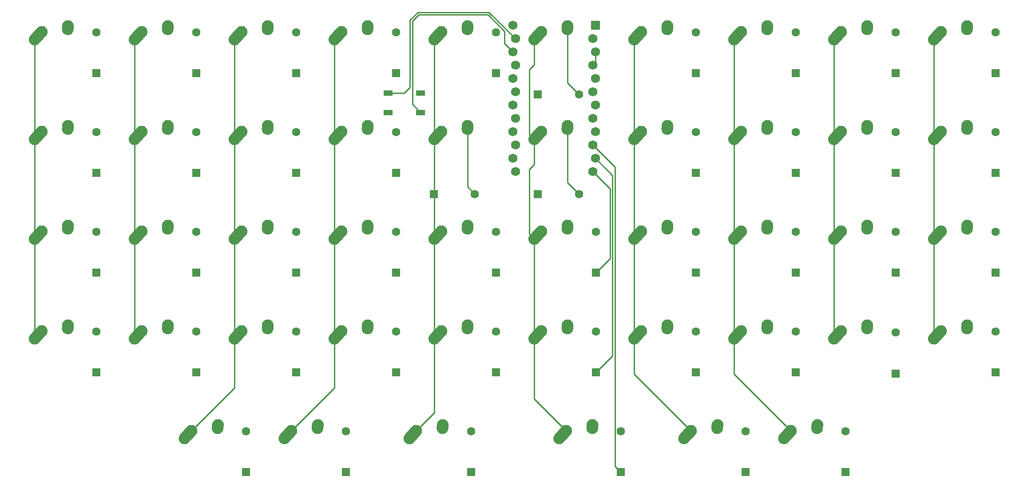
<source format=gtl>
%TF.GenerationSoftware,KiCad,Pcbnew,(5.1.12)-1*%
%TF.CreationDate,2021-12-31T17:23:32-05:00*%
%TF.ProjectId,my-keeb-pro-micro,6d792d6b-6565-4622-9d70-726f2d6d6963,rev?*%
%TF.SameCoordinates,Original*%
%TF.FileFunction,Copper,L1,Top*%
%TF.FilePolarity,Positive*%
%FSLAX46Y46*%
G04 Gerber Fmt 4.6, Leading zero omitted, Abs format (unit mm)*
G04 Created by KiCad (PCBNEW (5.1.12)-1) date 2021-12-31 17:23:32*
%MOMM*%
%LPD*%
G01*
G04 APERTURE LIST*
%TA.AperFunction,ComponentPad*%
%ADD10C,2.250000*%
%TD*%
%TA.AperFunction,ComponentPad*%
%ADD11R,1.752600X1.752600*%
%TD*%
%TA.AperFunction,ComponentPad*%
%ADD12C,1.752600*%
%TD*%
%TA.AperFunction,SMDPad,CuDef*%
%ADD13R,1.800000X1.100000*%
%TD*%
%TA.AperFunction,ComponentPad*%
%ADD14R,1.600000X1.600000*%
%TD*%
%TA.AperFunction,ComponentPad*%
%ADD15C,1.600000*%
%TD*%
%TA.AperFunction,Conductor*%
%ADD16C,0.254000*%
%TD*%
G04 APERTURE END LIST*
%TO.P,MX25,2*%
%TO.N,Net-(D25-Pad2)*%
%TA.AperFunction,ComponentPad*%
G36*
G01*
X119898483Y-37897395D02*
X119897597Y-37897334D01*
G75*
G02*
X118852666Y-36697597I77403J1122334D01*
G01*
X118892666Y-36117597D01*
G75*
G02*
X120092403Y-35072666I1122334J-77403D01*
G01*
X120092403Y-35072666D01*
G75*
G02*
X121137334Y-36272403I-77403J-1122334D01*
G01*
X121097334Y-36852403D01*
G75*
G02*
X119897597Y-37897334I-1122334J77403D01*
G01*
G37*
%TD.AperFunction*%
D10*
X120015000Y-36195000D03*
%TO.P,MX25,1*%
%TO.N,COL5*%
%TA.AperFunction,ComponentPad*%
G36*
G01*
X112913688Y-39572350D02*
X112913683Y-39572345D01*
G75*
G02*
X112827655Y-37983683I751317J837345D01*
G01*
X114137657Y-36523683D01*
G75*
G02*
X115726319Y-36437655I837345J-751317D01*
G01*
X115726319Y-36437655D01*
G75*
G02*
X115812347Y-38026317I-751317J-837345D01*
G01*
X114502345Y-39486317D01*
G75*
G02*
X112913683Y-39572345I-837345J751317D01*
G01*
G37*
%TD.AperFunction*%
X114975000Y-37275000D03*
%TD*%
%TO.P,MX28,2*%
%TO.N,Net-(D28-Pad2)*%
%TA.AperFunction,ComponentPad*%
G36*
G01*
X124660983Y-95047395D02*
X124660097Y-95047334D01*
G75*
G02*
X123615166Y-93847597I77403J1122334D01*
G01*
X123655166Y-93267597D01*
G75*
G02*
X124854903Y-92222666I1122334J-77403D01*
G01*
X124854903Y-92222666D01*
G75*
G02*
X125899834Y-93422403I-77403J-1122334D01*
G01*
X125859834Y-94002403D01*
G75*
G02*
X124660097Y-95047334I-1122334J77403D01*
G01*
G37*
%TD.AperFunction*%
X124777500Y-93345000D03*
%TO.P,MX28,1*%
%TO.N,COL5*%
%TA.AperFunction,ComponentPad*%
G36*
G01*
X117676188Y-96722350D02*
X117676183Y-96722345D01*
G75*
G02*
X117590155Y-95133683I751317J837345D01*
G01*
X118900157Y-93673683D01*
G75*
G02*
X120488819Y-93587655I837345J-751317D01*
G01*
X120488819Y-93587655D01*
G75*
G02*
X120574847Y-95176317I-751317J-837345D01*
G01*
X119264845Y-96636317D01*
G75*
G02*
X117676183Y-96722345I-837345J751317D01*
G01*
G37*
%TD.AperFunction*%
X119737500Y-94425000D03*
%TD*%
D11*
%TO.P,U1,1*%
%TO.N,Net-(U1-Pad1)*%
X125323600Y-16986250D03*
D12*
%TO.P,U1,2*%
%TO.N,Net-(U1-Pad2)*%
X124866400Y-19526250D03*
%TO.P,U1,3*%
%TO.N,GND*%
X125323600Y-22066250D03*
%TO.P,U1,4*%
X124866400Y-24606250D03*
%TO.P,U1,5*%
%TO.N,COL9*%
X125323600Y-27146250D03*
%TO.P,U1,6*%
%TO.N,COL8*%
X124866400Y-29686250D03*
%TO.P,U1,7*%
%TO.N,COL7*%
X125323600Y-32226250D03*
%TO.P,U1,8*%
%TO.N,COL6*%
X124866400Y-34766250D03*
%TO.P,U1,9*%
%TO.N,COL5*%
X125323600Y-37306250D03*
%TO.P,U1,10*%
%TO.N,ROW4*%
X124866400Y-39846250D03*
%TO.P,U1,11*%
%TO.N,ROW3*%
X125323600Y-42386250D03*
%TO.P,U1,13*%
%TO.N,ROW1*%
X110083600Y-44926250D03*
%TO.P,U1,14*%
%TO.N,Net-(U1-Pad14)*%
X109626400Y-42386250D03*
%TO.P,U1,15*%
%TO.N,COL4*%
X110083600Y-39846250D03*
%TO.P,U1,16*%
%TO.N,COL3*%
X109626400Y-37306250D03*
%TO.P,U1,17*%
%TO.N,COL2*%
X110083600Y-34766250D03*
%TO.P,U1,18*%
%TO.N,COL1*%
X109626400Y-32226250D03*
%TO.P,U1,19*%
%TO.N,COL0*%
X110083600Y-29686250D03*
%TO.P,U1,20*%
%TO.N,ROW0*%
X109626400Y-27146250D03*
%TO.P,U1,21*%
%TO.N,VCC*%
X110083600Y-24606250D03*
%TO.P,U1,22*%
%TO.N,Net-(SW1-Pad1)*%
X109626400Y-22066250D03*
%TO.P,U1,23*%
%TO.N,GND*%
X110083600Y-19526250D03*
%TO.P,U1,12*%
%TO.N,ROW2*%
X124866400Y-44926250D03*
%TO.P,U1,24*%
%TO.N,Net-(U1-Pad24)*%
X109626400Y-16986250D03*
%TD*%
D13*
%TO.P,SW1,1*%
%TO.N,Net-(SW1-Pad1)*%
X92000000Y-33600000D03*
%TO.P,SW1,2*%
%TO.N,GND*%
X85800000Y-29900000D03*
%TO.P,SW1,3*%
%TO.N,N/C*%
X92000000Y-29900000D03*
%TO.P,SW1,4*%
X85800000Y-33600000D03*
%TD*%
%TO.P,MX46,2*%
%TO.N,Net-(D46-Pad2)*%
%TA.AperFunction,ComponentPad*%
G36*
G01*
X196098483Y-75997395D02*
X196097597Y-75997334D01*
G75*
G02*
X195052666Y-74797597I77403J1122334D01*
G01*
X195092666Y-74217597D01*
G75*
G02*
X196292403Y-73172666I1122334J-77403D01*
G01*
X196292403Y-73172666D01*
G75*
G02*
X197337334Y-74372403I-77403J-1122334D01*
G01*
X197297334Y-74952403D01*
G75*
G02*
X196097597Y-75997334I-1122334J77403D01*
G01*
G37*
%TD.AperFunction*%
D10*
X196215000Y-74295000D03*
%TO.P,MX46,1*%
%TO.N,COL9*%
%TA.AperFunction,ComponentPad*%
G36*
G01*
X189113688Y-77672350D02*
X189113683Y-77672345D01*
G75*
G02*
X189027655Y-76083683I751317J837345D01*
G01*
X190337657Y-74623683D01*
G75*
G02*
X191926319Y-74537655I837345J-751317D01*
G01*
X191926319Y-74537655D01*
G75*
G02*
X192012347Y-76126317I-751317J-837345D01*
G01*
X190702345Y-77586317D01*
G75*
G02*
X189113683Y-77672345I-837345J751317D01*
G01*
G37*
%TD.AperFunction*%
X191175000Y-75375000D03*
%TD*%
%TO.P,MX45,2*%
%TO.N,Net-(D45-Pad2)*%
%TA.AperFunction,ComponentPad*%
G36*
G01*
X196098483Y-56947395D02*
X196097597Y-56947334D01*
G75*
G02*
X195052666Y-55747597I77403J1122334D01*
G01*
X195092666Y-55167597D01*
G75*
G02*
X196292403Y-54122666I1122334J-77403D01*
G01*
X196292403Y-54122666D01*
G75*
G02*
X197337334Y-55322403I-77403J-1122334D01*
G01*
X197297334Y-55902403D01*
G75*
G02*
X196097597Y-56947334I-1122334J77403D01*
G01*
G37*
%TD.AperFunction*%
X196215000Y-55245000D03*
%TO.P,MX45,1*%
%TO.N,COL9*%
%TA.AperFunction,ComponentPad*%
G36*
G01*
X189113688Y-58622350D02*
X189113683Y-58622345D01*
G75*
G02*
X189027655Y-57033683I751317J837345D01*
G01*
X190337657Y-55573683D01*
G75*
G02*
X191926319Y-55487655I837345J-751317D01*
G01*
X191926319Y-55487655D01*
G75*
G02*
X192012347Y-57076317I-751317J-837345D01*
G01*
X190702345Y-58536317D01*
G75*
G02*
X189113683Y-58622345I-837345J751317D01*
G01*
G37*
%TD.AperFunction*%
X191175000Y-56325000D03*
%TD*%
%TO.P,MX44,2*%
%TO.N,Net-(D44-Pad2)*%
%TA.AperFunction,ComponentPad*%
G36*
G01*
X196098483Y-37897395D02*
X196097597Y-37897334D01*
G75*
G02*
X195052666Y-36697597I77403J1122334D01*
G01*
X195092666Y-36117597D01*
G75*
G02*
X196292403Y-35072666I1122334J-77403D01*
G01*
X196292403Y-35072666D01*
G75*
G02*
X197337334Y-36272403I-77403J-1122334D01*
G01*
X197297334Y-36852403D01*
G75*
G02*
X196097597Y-37897334I-1122334J77403D01*
G01*
G37*
%TD.AperFunction*%
X196215000Y-36195000D03*
%TO.P,MX44,1*%
%TO.N,COL9*%
%TA.AperFunction,ComponentPad*%
G36*
G01*
X189113688Y-39572350D02*
X189113683Y-39572345D01*
G75*
G02*
X189027655Y-37983683I751317J837345D01*
G01*
X190337657Y-36523683D01*
G75*
G02*
X191926319Y-36437655I837345J-751317D01*
G01*
X191926319Y-36437655D01*
G75*
G02*
X192012347Y-38026317I-751317J-837345D01*
G01*
X190702345Y-39486317D01*
G75*
G02*
X189113683Y-39572345I-837345J751317D01*
G01*
G37*
%TD.AperFunction*%
X191175000Y-37275000D03*
%TD*%
%TO.P,MX43,2*%
%TO.N,Net-(D43-Pad2)*%
%TA.AperFunction,ComponentPad*%
G36*
G01*
X196098483Y-18847395D02*
X196097597Y-18847334D01*
G75*
G02*
X195052666Y-17647597I77403J1122334D01*
G01*
X195092666Y-17067597D01*
G75*
G02*
X196292403Y-16022666I1122334J-77403D01*
G01*
X196292403Y-16022666D01*
G75*
G02*
X197337334Y-17222403I-77403J-1122334D01*
G01*
X197297334Y-17802403D01*
G75*
G02*
X196097597Y-18847334I-1122334J77403D01*
G01*
G37*
%TD.AperFunction*%
X196215000Y-17145000D03*
%TO.P,MX43,1*%
%TO.N,COL9*%
%TA.AperFunction,ComponentPad*%
G36*
G01*
X189113688Y-20522350D02*
X189113683Y-20522345D01*
G75*
G02*
X189027655Y-18933683I751317J837345D01*
G01*
X190337657Y-17473683D01*
G75*
G02*
X191926319Y-17387655I837345J-751317D01*
G01*
X191926319Y-17387655D01*
G75*
G02*
X192012347Y-18976317I-751317J-837345D01*
G01*
X190702345Y-20436317D01*
G75*
G02*
X189113683Y-20522345I-837345J751317D01*
G01*
G37*
%TD.AperFunction*%
X191175000Y-18225000D03*
%TD*%
%TO.P,MX42,2*%
%TO.N,Net-(D42-Pad2)*%
%TA.AperFunction,ComponentPad*%
G36*
G01*
X177048483Y-75997395D02*
X177047597Y-75997334D01*
G75*
G02*
X176002666Y-74797597I77403J1122334D01*
G01*
X176042666Y-74217597D01*
G75*
G02*
X177242403Y-73172666I1122334J-77403D01*
G01*
X177242403Y-73172666D01*
G75*
G02*
X178287334Y-74372403I-77403J-1122334D01*
G01*
X178247334Y-74952403D01*
G75*
G02*
X177047597Y-75997334I-1122334J77403D01*
G01*
G37*
%TD.AperFunction*%
X177165000Y-74295000D03*
%TO.P,MX42,1*%
%TO.N,COL8*%
%TA.AperFunction,ComponentPad*%
G36*
G01*
X170063688Y-77672350D02*
X170063683Y-77672345D01*
G75*
G02*
X169977655Y-76083683I751317J837345D01*
G01*
X171287657Y-74623683D01*
G75*
G02*
X172876319Y-74537655I837345J-751317D01*
G01*
X172876319Y-74537655D01*
G75*
G02*
X172962347Y-76126317I-751317J-837345D01*
G01*
X171652345Y-77586317D01*
G75*
G02*
X170063683Y-77672345I-837345J751317D01*
G01*
G37*
%TD.AperFunction*%
X172125000Y-75375000D03*
%TD*%
%TO.P,MX41,2*%
%TO.N,Net-(D41-Pad2)*%
%TA.AperFunction,ComponentPad*%
G36*
G01*
X177048483Y-56947395D02*
X177047597Y-56947334D01*
G75*
G02*
X176002666Y-55747597I77403J1122334D01*
G01*
X176042666Y-55167597D01*
G75*
G02*
X177242403Y-54122666I1122334J-77403D01*
G01*
X177242403Y-54122666D01*
G75*
G02*
X178287334Y-55322403I-77403J-1122334D01*
G01*
X178247334Y-55902403D01*
G75*
G02*
X177047597Y-56947334I-1122334J77403D01*
G01*
G37*
%TD.AperFunction*%
X177165000Y-55245000D03*
%TO.P,MX41,1*%
%TO.N,COL8*%
%TA.AperFunction,ComponentPad*%
G36*
G01*
X170063688Y-58622350D02*
X170063683Y-58622345D01*
G75*
G02*
X169977655Y-57033683I751317J837345D01*
G01*
X171287657Y-55573683D01*
G75*
G02*
X172876319Y-55487655I837345J-751317D01*
G01*
X172876319Y-55487655D01*
G75*
G02*
X172962347Y-57076317I-751317J-837345D01*
G01*
X171652345Y-58536317D01*
G75*
G02*
X170063683Y-58622345I-837345J751317D01*
G01*
G37*
%TD.AperFunction*%
X172125000Y-56325000D03*
%TD*%
%TO.P,MX40,2*%
%TO.N,Net-(D40-Pad2)*%
%TA.AperFunction,ComponentPad*%
G36*
G01*
X177048483Y-37897395D02*
X177047597Y-37897334D01*
G75*
G02*
X176002666Y-36697597I77403J1122334D01*
G01*
X176042666Y-36117597D01*
G75*
G02*
X177242403Y-35072666I1122334J-77403D01*
G01*
X177242403Y-35072666D01*
G75*
G02*
X178287334Y-36272403I-77403J-1122334D01*
G01*
X178247334Y-36852403D01*
G75*
G02*
X177047597Y-37897334I-1122334J77403D01*
G01*
G37*
%TD.AperFunction*%
X177165000Y-36195000D03*
%TO.P,MX40,1*%
%TO.N,COL8*%
%TA.AperFunction,ComponentPad*%
G36*
G01*
X170063688Y-39572350D02*
X170063683Y-39572345D01*
G75*
G02*
X169977655Y-37983683I751317J837345D01*
G01*
X171287657Y-36523683D01*
G75*
G02*
X172876319Y-36437655I837345J-751317D01*
G01*
X172876319Y-36437655D01*
G75*
G02*
X172962347Y-38026317I-751317J-837345D01*
G01*
X171652345Y-39486317D01*
G75*
G02*
X170063683Y-39572345I-837345J751317D01*
G01*
G37*
%TD.AperFunction*%
X172125000Y-37275000D03*
%TD*%
%TO.P,MX39,2*%
%TO.N,Net-(D39-Pad2)*%
%TA.AperFunction,ComponentPad*%
G36*
G01*
X177048483Y-18847395D02*
X177047597Y-18847334D01*
G75*
G02*
X176002666Y-17647597I77403J1122334D01*
G01*
X176042666Y-17067597D01*
G75*
G02*
X177242403Y-16022666I1122334J-77403D01*
G01*
X177242403Y-16022666D01*
G75*
G02*
X178287334Y-17222403I-77403J-1122334D01*
G01*
X178247334Y-17802403D01*
G75*
G02*
X177047597Y-18847334I-1122334J77403D01*
G01*
G37*
%TD.AperFunction*%
X177165000Y-17145000D03*
%TO.P,MX39,1*%
%TO.N,COL8*%
%TA.AperFunction,ComponentPad*%
G36*
G01*
X170063688Y-20522350D02*
X170063683Y-20522345D01*
G75*
G02*
X169977655Y-18933683I751317J837345D01*
G01*
X171287657Y-17473683D01*
G75*
G02*
X172876319Y-17387655I837345J-751317D01*
G01*
X172876319Y-17387655D01*
G75*
G02*
X172962347Y-18976317I-751317J-837345D01*
G01*
X171652345Y-20436317D01*
G75*
G02*
X170063683Y-20522345I-837345J751317D01*
G01*
G37*
%TD.AperFunction*%
X172125000Y-18225000D03*
%TD*%
%TO.P,MX38,2*%
%TO.N,Net-(D38-Pad2)*%
%TA.AperFunction,ComponentPad*%
G36*
G01*
X167523483Y-95047395D02*
X167522597Y-95047334D01*
G75*
G02*
X166477666Y-93847597I77403J1122334D01*
G01*
X166517666Y-93267597D01*
G75*
G02*
X167717403Y-92222666I1122334J-77403D01*
G01*
X167717403Y-92222666D01*
G75*
G02*
X168762334Y-93422403I-77403J-1122334D01*
G01*
X168722334Y-94002403D01*
G75*
G02*
X167522597Y-95047334I-1122334J77403D01*
G01*
G37*
%TD.AperFunction*%
X167640000Y-93345000D03*
%TO.P,MX38,1*%
%TO.N,COL7*%
%TA.AperFunction,ComponentPad*%
G36*
G01*
X160538688Y-96722350D02*
X160538683Y-96722345D01*
G75*
G02*
X160452655Y-95133683I751317J837345D01*
G01*
X161762657Y-93673683D01*
G75*
G02*
X163351319Y-93587655I837345J-751317D01*
G01*
X163351319Y-93587655D01*
G75*
G02*
X163437347Y-95176317I-751317J-837345D01*
G01*
X162127345Y-96636317D01*
G75*
G02*
X160538683Y-96722345I-837345J751317D01*
G01*
G37*
%TD.AperFunction*%
X162600000Y-94425000D03*
%TD*%
%TO.P,MX37,2*%
%TO.N,Net-(D37-Pad2)*%
%TA.AperFunction,ComponentPad*%
G36*
G01*
X157998483Y-75997395D02*
X157997597Y-75997334D01*
G75*
G02*
X156952666Y-74797597I77403J1122334D01*
G01*
X156992666Y-74217597D01*
G75*
G02*
X158192403Y-73172666I1122334J-77403D01*
G01*
X158192403Y-73172666D01*
G75*
G02*
X159237334Y-74372403I-77403J-1122334D01*
G01*
X159197334Y-74952403D01*
G75*
G02*
X157997597Y-75997334I-1122334J77403D01*
G01*
G37*
%TD.AperFunction*%
X158115000Y-74295000D03*
%TO.P,MX37,1*%
%TO.N,COL7*%
%TA.AperFunction,ComponentPad*%
G36*
G01*
X151013688Y-77672350D02*
X151013683Y-77672345D01*
G75*
G02*
X150927655Y-76083683I751317J837345D01*
G01*
X152237657Y-74623683D01*
G75*
G02*
X153826319Y-74537655I837345J-751317D01*
G01*
X153826319Y-74537655D01*
G75*
G02*
X153912347Y-76126317I-751317J-837345D01*
G01*
X152602345Y-77586317D01*
G75*
G02*
X151013683Y-77672345I-837345J751317D01*
G01*
G37*
%TD.AperFunction*%
X153075000Y-75375000D03*
%TD*%
%TO.P,MX36,2*%
%TO.N,Net-(D36-Pad2)*%
%TA.AperFunction,ComponentPad*%
G36*
G01*
X157998483Y-56947395D02*
X157997597Y-56947334D01*
G75*
G02*
X156952666Y-55747597I77403J1122334D01*
G01*
X156992666Y-55167597D01*
G75*
G02*
X158192403Y-54122666I1122334J-77403D01*
G01*
X158192403Y-54122666D01*
G75*
G02*
X159237334Y-55322403I-77403J-1122334D01*
G01*
X159197334Y-55902403D01*
G75*
G02*
X157997597Y-56947334I-1122334J77403D01*
G01*
G37*
%TD.AperFunction*%
X158115000Y-55245000D03*
%TO.P,MX36,1*%
%TO.N,COL7*%
%TA.AperFunction,ComponentPad*%
G36*
G01*
X151013688Y-58622350D02*
X151013683Y-58622345D01*
G75*
G02*
X150927655Y-57033683I751317J837345D01*
G01*
X152237657Y-55573683D01*
G75*
G02*
X153826319Y-55487655I837345J-751317D01*
G01*
X153826319Y-55487655D01*
G75*
G02*
X153912347Y-57076317I-751317J-837345D01*
G01*
X152602345Y-58536317D01*
G75*
G02*
X151013683Y-58622345I-837345J751317D01*
G01*
G37*
%TD.AperFunction*%
X153075000Y-56325000D03*
%TD*%
%TO.P,MX35,2*%
%TO.N,Net-(D35-Pad2)*%
%TA.AperFunction,ComponentPad*%
G36*
G01*
X157998483Y-37897395D02*
X157997597Y-37897334D01*
G75*
G02*
X156952666Y-36697597I77403J1122334D01*
G01*
X156992666Y-36117597D01*
G75*
G02*
X158192403Y-35072666I1122334J-77403D01*
G01*
X158192403Y-35072666D01*
G75*
G02*
X159237334Y-36272403I-77403J-1122334D01*
G01*
X159197334Y-36852403D01*
G75*
G02*
X157997597Y-37897334I-1122334J77403D01*
G01*
G37*
%TD.AperFunction*%
X158115000Y-36195000D03*
%TO.P,MX35,1*%
%TO.N,COL7*%
%TA.AperFunction,ComponentPad*%
G36*
G01*
X151013688Y-39572350D02*
X151013683Y-39572345D01*
G75*
G02*
X150927655Y-37983683I751317J837345D01*
G01*
X152237657Y-36523683D01*
G75*
G02*
X153826319Y-36437655I837345J-751317D01*
G01*
X153826319Y-36437655D01*
G75*
G02*
X153912347Y-38026317I-751317J-837345D01*
G01*
X152602345Y-39486317D01*
G75*
G02*
X151013683Y-39572345I-837345J751317D01*
G01*
G37*
%TD.AperFunction*%
X153075000Y-37275000D03*
%TD*%
%TO.P,MX34,2*%
%TO.N,Net-(D34-Pad2)*%
%TA.AperFunction,ComponentPad*%
G36*
G01*
X157998483Y-18847395D02*
X157997597Y-18847334D01*
G75*
G02*
X156952666Y-17647597I77403J1122334D01*
G01*
X156992666Y-17067597D01*
G75*
G02*
X158192403Y-16022666I1122334J-77403D01*
G01*
X158192403Y-16022666D01*
G75*
G02*
X159237334Y-17222403I-77403J-1122334D01*
G01*
X159197334Y-17802403D01*
G75*
G02*
X157997597Y-18847334I-1122334J77403D01*
G01*
G37*
%TD.AperFunction*%
X158115000Y-17145000D03*
%TO.P,MX34,1*%
%TO.N,COL7*%
%TA.AperFunction,ComponentPad*%
G36*
G01*
X151013688Y-20522350D02*
X151013683Y-20522345D01*
G75*
G02*
X150927655Y-18933683I751317J837345D01*
G01*
X152237657Y-17473683D01*
G75*
G02*
X153826319Y-17387655I837345J-751317D01*
G01*
X153826319Y-17387655D01*
G75*
G02*
X153912347Y-18976317I-751317J-837345D01*
G01*
X152602345Y-20436317D01*
G75*
G02*
X151013683Y-20522345I-837345J751317D01*
G01*
G37*
%TD.AperFunction*%
X153075000Y-18225000D03*
%TD*%
%TO.P,MX33,2*%
%TO.N,Net-(D33-Pad2)*%
%TA.AperFunction,ComponentPad*%
G36*
G01*
X148473483Y-95047395D02*
X148472597Y-95047334D01*
G75*
G02*
X147427666Y-93847597I77403J1122334D01*
G01*
X147467666Y-93267597D01*
G75*
G02*
X148667403Y-92222666I1122334J-77403D01*
G01*
X148667403Y-92222666D01*
G75*
G02*
X149712334Y-93422403I-77403J-1122334D01*
G01*
X149672334Y-94002403D01*
G75*
G02*
X148472597Y-95047334I-1122334J77403D01*
G01*
G37*
%TD.AperFunction*%
X148590000Y-93345000D03*
%TO.P,MX33,1*%
%TO.N,COL6*%
%TA.AperFunction,ComponentPad*%
G36*
G01*
X141488688Y-96722350D02*
X141488683Y-96722345D01*
G75*
G02*
X141402655Y-95133683I751317J837345D01*
G01*
X142712657Y-93673683D01*
G75*
G02*
X144301319Y-93587655I837345J-751317D01*
G01*
X144301319Y-93587655D01*
G75*
G02*
X144387347Y-95176317I-751317J-837345D01*
G01*
X143077345Y-96636317D01*
G75*
G02*
X141488683Y-96722345I-837345J751317D01*
G01*
G37*
%TD.AperFunction*%
X143550000Y-94425000D03*
%TD*%
%TO.P,MX32,2*%
%TO.N,Net-(D32-Pad2)*%
%TA.AperFunction,ComponentPad*%
G36*
G01*
X138948483Y-75997395D02*
X138947597Y-75997334D01*
G75*
G02*
X137902666Y-74797597I77403J1122334D01*
G01*
X137942666Y-74217597D01*
G75*
G02*
X139142403Y-73172666I1122334J-77403D01*
G01*
X139142403Y-73172666D01*
G75*
G02*
X140187334Y-74372403I-77403J-1122334D01*
G01*
X140147334Y-74952403D01*
G75*
G02*
X138947597Y-75997334I-1122334J77403D01*
G01*
G37*
%TD.AperFunction*%
X139065000Y-74295000D03*
%TO.P,MX32,1*%
%TO.N,COL6*%
%TA.AperFunction,ComponentPad*%
G36*
G01*
X131963688Y-77672350D02*
X131963683Y-77672345D01*
G75*
G02*
X131877655Y-76083683I751317J837345D01*
G01*
X133187657Y-74623683D01*
G75*
G02*
X134776319Y-74537655I837345J-751317D01*
G01*
X134776319Y-74537655D01*
G75*
G02*
X134862347Y-76126317I-751317J-837345D01*
G01*
X133552345Y-77586317D01*
G75*
G02*
X131963683Y-77672345I-837345J751317D01*
G01*
G37*
%TD.AperFunction*%
X134025000Y-75375000D03*
%TD*%
%TO.P,MX31,2*%
%TO.N,Net-(D31-Pad2)*%
%TA.AperFunction,ComponentPad*%
G36*
G01*
X138948483Y-56947395D02*
X138947597Y-56947334D01*
G75*
G02*
X137902666Y-55747597I77403J1122334D01*
G01*
X137942666Y-55167597D01*
G75*
G02*
X139142403Y-54122666I1122334J-77403D01*
G01*
X139142403Y-54122666D01*
G75*
G02*
X140187334Y-55322403I-77403J-1122334D01*
G01*
X140147334Y-55902403D01*
G75*
G02*
X138947597Y-56947334I-1122334J77403D01*
G01*
G37*
%TD.AperFunction*%
X139065000Y-55245000D03*
%TO.P,MX31,1*%
%TO.N,COL6*%
%TA.AperFunction,ComponentPad*%
G36*
G01*
X131963688Y-58622350D02*
X131963683Y-58622345D01*
G75*
G02*
X131877655Y-57033683I751317J837345D01*
G01*
X133187657Y-55573683D01*
G75*
G02*
X134776319Y-55487655I837345J-751317D01*
G01*
X134776319Y-55487655D01*
G75*
G02*
X134862347Y-57076317I-751317J-837345D01*
G01*
X133552345Y-58536317D01*
G75*
G02*
X131963683Y-58622345I-837345J751317D01*
G01*
G37*
%TD.AperFunction*%
X134025000Y-56325000D03*
%TD*%
%TO.P,MX30,2*%
%TO.N,Net-(D30-Pad2)*%
%TA.AperFunction,ComponentPad*%
G36*
G01*
X138948483Y-37897395D02*
X138947597Y-37897334D01*
G75*
G02*
X137902666Y-36697597I77403J1122334D01*
G01*
X137942666Y-36117597D01*
G75*
G02*
X139142403Y-35072666I1122334J-77403D01*
G01*
X139142403Y-35072666D01*
G75*
G02*
X140187334Y-36272403I-77403J-1122334D01*
G01*
X140147334Y-36852403D01*
G75*
G02*
X138947597Y-37897334I-1122334J77403D01*
G01*
G37*
%TD.AperFunction*%
X139065000Y-36195000D03*
%TO.P,MX30,1*%
%TO.N,COL6*%
%TA.AperFunction,ComponentPad*%
G36*
G01*
X131963688Y-39572350D02*
X131963683Y-39572345D01*
G75*
G02*
X131877655Y-37983683I751317J837345D01*
G01*
X133187657Y-36523683D01*
G75*
G02*
X134776319Y-36437655I837345J-751317D01*
G01*
X134776319Y-36437655D01*
G75*
G02*
X134862347Y-38026317I-751317J-837345D01*
G01*
X133552345Y-39486317D01*
G75*
G02*
X131963683Y-39572345I-837345J751317D01*
G01*
G37*
%TD.AperFunction*%
X134025000Y-37275000D03*
%TD*%
%TO.P,MX29,2*%
%TO.N,Net-(D29-Pad2)*%
%TA.AperFunction,ComponentPad*%
G36*
G01*
X138948483Y-18847395D02*
X138947597Y-18847334D01*
G75*
G02*
X137902666Y-17647597I77403J1122334D01*
G01*
X137942666Y-17067597D01*
G75*
G02*
X139142403Y-16022666I1122334J-77403D01*
G01*
X139142403Y-16022666D01*
G75*
G02*
X140187334Y-17222403I-77403J-1122334D01*
G01*
X140147334Y-17802403D01*
G75*
G02*
X138947597Y-18847334I-1122334J77403D01*
G01*
G37*
%TD.AperFunction*%
X139065000Y-17145000D03*
%TO.P,MX29,1*%
%TO.N,COL6*%
%TA.AperFunction,ComponentPad*%
G36*
G01*
X131963688Y-20522350D02*
X131963683Y-20522345D01*
G75*
G02*
X131877655Y-18933683I751317J837345D01*
G01*
X133187657Y-17473683D01*
G75*
G02*
X134776319Y-17387655I837345J-751317D01*
G01*
X134776319Y-17387655D01*
G75*
G02*
X134862347Y-18976317I-751317J-837345D01*
G01*
X133552345Y-20436317D01*
G75*
G02*
X131963683Y-20522345I-837345J751317D01*
G01*
G37*
%TD.AperFunction*%
X134025000Y-18225000D03*
%TD*%
%TO.P,MX27,2*%
%TO.N,Net-(D27-Pad2)*%
%TA.AperFunction,ComponentPad*%
G36*
G01*
X119898483Y-75997395D02*
X119897597Y-75997334D01*
G75*
G02*
X118852666Y-74797597I77403J1122334D01*
G01*
X118892666Y-74217597D01*
G75*
G02*
X120092403Y-73172666I1122334J-77403D01*
G01*
X120092403Y-73172666D01*
G75*
G02*
X121137334Y-74372403I-77403J-1122334D01*
G01*
X121097334Y-74952403D01*
G75*
G02*
X119897597Y-75997334I-1122334J77403D01*
G01*
G37*
%TD.AperFunction*%
X120015000Y-74295000D03*
%TO.P,MX27,1*%
%TO.N,COL5*%
%TA.AperFunction,ComponentPad*%
G36*
G01*
X112913688Y-77672350D02*
X112913683Y-77672345D01*
G75*
G02*
X112827655Y-76083683I751317J837345D01*
G01*
X114137657Y-74623683D01*
G75*
G02*
X115726319Y-74537655I837345J-751317D01*
G01*
X115726319Y-74537655D01*
G75*
G02*
X115812347Y-76126317I-751317J-837345D01*
G01*
X114502345Y-77586317D01*
G75*
G02*
X112913683Y-77672345I-837345J751317D01*
G01*
G37*
%TD.AperFunction*%
X114975000Y-75375000D03*
%TD*%
%TO.P,MX26,2*%
%TO.N,Net-(D26-Pad2)*%
%TA.AperFunction,ComponentPad*%
G36*
G01*
X119898483Y-56947395D02*
X119897597Y-56947334D01*
G75*
G02*
X118852666Y-55747597I77403J1122334D01*
G01*
X118892666Y-55167597D01*
G75*
G02*
X120092403Y-54122666I1122334J-77403D01*
G01*
X120092403Y-54122666D01*
G75*
G02*
X121137334Y-55322403I-77403J-1122334D01*
G01*
X121097334Y-55902403D01*
G75*
G02*
X119897597Y-56947334I-1122334J77403D01*
G01*
G37*
%TD.AperFunction*%
X120015000Y-55245000D03*
%TO.P,MX26,1*%
%TO.N,COL5*%
%TA.AperFunction,ComponentPad*%
G36*
G01*
X112913688Y-58622350D02*
X112913683Y-58622345D01*
G75*
G02*
X112827655Y-57033683I751317J837345D01*
G01*
X114137657Y-55573683D01*
G75*
G02*
X115726319Y-55487655I837345J-751317D01*
G01*
X115726319Y-55487655D01*
G75*
G02*
X115812347Y-57076317I-751317J-837345D01*
G01*
X114502345Y-58536317D01*
G75*
G02*
X112913683Y-58622345I-837345J751317D01*
G01*
G37*
%TD.AperFunction*%
X114975000Y-56325000D03*
%TD*%
%TO.P,MX24,2*%
%TO.N,Net-(D24-Pad2)*%
%TA.AperFunction,ComponentPad*%
G36*
G01*
X119898483Y-18847395D02*
X119897597Y-18847334D01*
G75*
G02*
X118852666Y-17647597I77403J1122334D01*
G01*
X118892666Y-17067597D01*
G75*
G02*
X120092403Y-16022666I1122334J-77403D01*
G01*
X120092403Y-16022666D01*
G75*
G02*
X121137334Y-17222403I-77403J-1122334D01*
G01*
X121097334Y-17802403D01*
G75*
G02*
X119897597Y-18847334I-1122334J77403D01*
G01*
G37*
%TD.AperFunction*%
X120015000Y-17145000D03*
%TO.P,MX24,1*%
%TO.N,COL5*%
%TA.AperFunction,ComponentPad*%
G36*
G01*
X112913688Y-20522350D02*
X112913683Y-20522345D01*
G75*
G02*
X112827655Y-18933683I751317J837345D01*
G01*
X114137657Y-17473683D01*
G75*
G02*
X115726319Y-17387655I837345J-751317D01*
G01*
X115726319Y-17387655D01*
G75*
G02*
X115812347Y-18976317I-751317J-837345D01*
G01*
X114502345Y-20436317D01*
G75*
G02*
X112913683Y-20522345I-837345J751317D01*
G01*
G37*
%TD.AperFunction*%
X114975000Y-18225000D03*
%TD*%
%TO.P,MX23,2*%
%TO.N,Net-(D23-Pad2)*%
%TA.AperFunction,ComponentPad*%
G36*
G01*
X96085983Y-95047395D02*
X96085097Y-95047334D01*
G75*
G02*
X95040166Y-93847597I77403J1122334D01*
G01*
X95080166Y-93267597D01*
G75*
G02*
X96279903Y-92222666I1122334J-77403D01*
G01*
X96279903Y-92222666D01*
G75*
G02*
X97324834Y-93422403I-77403J-1122334D01*
G01*
X97284834Y-94002403D01*
G75*
G02*
X96085097Y-95047334I-1122334J77403D01*
G01*
G37*
%TD.AperFunction*%
X96202500Y-93345000D03*
%TO.P,MX23,1*%
%TO.N,COL4*%
%TA.AperFunction,ComponentPad*%
G36*
G01*
X89101188Y-96722350D02*
X89101183Y-96722345D01*
G75*
G02*
X89015155Y-95133683I751317J837345D01*
G01*
X90325157Y-93673683D01*
G75*
G02*
X91913819Y-93587655I837345J-751317D01*
G01*
X91913819Y-93587655D01*
G75*
G02*
X91999847Y-95176317I-751317J-837345D01*
G01*
X90689845Y-96636317D01*
G75*
G02*
X89101183Y-96722345I-837345J751317D01*
G01*
G37*
%TD.AperFunction*%
X91162500Y-94425000D03*
%TD*%
%TO.P,MX22,2*%
%TO.N,Net-(D22-Pad2)*%
%TA.AperFunction,ComponentPad*%
G36*
G01*
X100848483Y-75997395D02*
X100847597Y-75997334D01*
G75*
G02*
X99802666Y-74797597I77403J1122334D01*
G01*
X99842666Y-74217597D01*
G75*
G02*
X101042403Y-73172666I1122334J-77403D01*
G01*
X101042403Y-73172666D01*
G75*
G02*
X102087334Y-74372403I-77403J-1122334D01*
G01*
X102047334Y-74952403D01*
G75*
G02*
X100847597Y-75997334I-1122334J77403D01*
G01*
G37*
%TD.AperFunction*%
X100965000Y-74295000D03*
%TO.P,MX22,1*%
%TO.N,COL4*%
%TA.AperFunction,ComponentPad*%
G36*
G01*
X93863688Y-77672350D02*
X93863683Y-77672345D01*
G75*
G02*
X93777655Y-76083683I751317J837345D01*
G01*
X95087657Y-74623683D01*
G75*
G02*
X96676319Y-74537655I837345J-751317D01*
G01*
X96676319Y-74537655D01*
G75*
G02*
X96762347Y-76126317I-751317J-837345D01*
G01*
X95452345Y-77586317D01*
G75*
G02*
X93863683Y-77672345I-837345J751317D01*
G01*
G37*
%TD.AperFunction*%
X95925000Y-75375000D03*
%TD*%
%TO.P,MX21,2*%
%TO.N,Net-(D21-Pad2)*%
%TA.AperFunction,ComponentPad*%
G36*
G01*
X100848483Y-56947395D02*
X100847597Y-56947334D01*
G75*
G02*
X99802666Y-55747597I77403J1122334D01*
G01*
X99842666Y-55167597D01*
G75*
G02*
X101042403Y-54122666I1122334J-77403D01*
G01*
X101042403Y-54122666D01*
G75*
G02*
X102087334Y-55322403I-77403J-1122334D01*
G01*
X102047334Y-55902403D01*
G75*
G02*
X100847597Y-56947334I-1122334J77403D01*
G01*
G37*
%TD.AperFunction*%
X100965000Y-55245000D03*
%TO.P,MX21,1*%
%TO.N,COL4*%
%TA.AperFunction,ComponentPad*%
G36*
G01*
X93863688Y-58622350D02*
X93863683Y-58622345D01*
G75*
G02*
X93777655Y-57033683I751317J837345D01*
G01*
X95087657Y-55573683D01*
G75*
G02*
X96676319Y-55487655I837345J-751317D01*
G01*
X96676319Y-55487655D01*
G75*
G02*
X96762347Y-57076317I-751317J-837345D01*
G01*
X95452345Y-58536317D01*
G75*
G02*
X93863683Y-58622345I-837345J751317D01*
G01*
G37*
%TD.AperFunction*%
X95925000Y-56325000D03*
%TD*%
%TO.P,MX20,2*%
%TO.N,Net-(D20-Pad2)*%
%TA.AperFunction,ComponentPad*%
G36*
G01*
X100848483Y-37897395D02*
X100847597Y-37897334D01*
G75*
G02*
X99802666Y-36697597I77403J1122334D01*
G01*
X99842666Y-36117597D01*
G75*
G02*
X101042403Y-35072666I1122334J-77403D01*
G01*
X101042403Y-35072666D01*
G75*
G02*
X102087334Y-36272403I-77403J-1122334D01*
G01*
X102047334Y-36852403D01*
G75*
G02*
X100847597Y-37897334I-1122334J77403D01*
G01*
G37*
%TD.AperFunction*%
X100965000Y-36195000D03*
%TO.P,MX20,1*%
%TO.N,COL4*%
%TA.AperFunction,ComponentPad*%
G36*
G01*
X93863688Y-39572350D02*
X93863683Y-39572345D01*
G75*
G02*
X93777655Y-37983683I751317J837345D01*
G01*
X95087657Y-36523683D01*
G75*
G02*
X96676319Y-36437655I837345J-751317D01*
G01*
X96676319Y-36437655D01*
G75*
G02*
X96762347Y-38026317I-751317J-837345D01*
G01*
X95452345Y-39486317D01*
G75*
G02*
X93863683Y-39572345I-837345J751317D01*
G01*
G37*
%TD.AperFunction*%
X95925000Y-37275000D03*
%TD*%
%TO.P,MX19,2*%
%TO.N,Net-(D19-Pad2)*%
%TA.AperFunction,ComponentPad*%
G36*
G01*
X100848483Y-18847395D02*
X100847597Y-18847334D01*
G75*
G02*
X99802666Y-17647597I77403J1122334D01*
G01*
X99842666Y-17067597D01*
G75*
G02*
X101042403Y-16022666I1122334J-77403D01*
G01*
X101042403Y-16022666D01*
G75*
G02*
X102087334Y-17222403I-77403J-1122334D01*
G01*
X102047334Y-17802403D01*
G75*
G02*
X100847597Y-18847334I-1122334J77403D01*
G01*
G37*
%TD.AperFunction*%
X100965000Y-17145000D03*
%TO.P,MX19,1*%
%TO.N,COL4*%
%TA.AperFunction,ComponentPad*%
G36*
G01*
X93863688Y-20522350D02*
X93863683Y-20522345D01*
G75*
G02*
X93777655Y-18933683I751317J837345D01*
G01*
X95087657Y-17473683D01*
G75*
G02*
X96676319Y-17387655I837345J-751317D01*
G01*
X96676319Y-17387655D01*
G75*
G02*
X96762347Y-18976317I-751317J-837345D01*
G01*
X95452345Y-20436317D01*
G75*
G02*
X93863683Y-20522345I-837345J751317D01*
G01*
G37*
%TD.AperFunction*%
X95925000Y-18225000D03*
%TD*%
%TO.P,MX18,2*%
%TO.N,Net-(D18-Pad2)*%
%TA.AperFunction,ComponentPad*%
G36*
G01*
X72273483Y-95047395D02*
X72272597Y-95047334D01*
G75*
G02*
X71227666Y-93847597I77403J1122334D01*
G01*
X71267666Y-93267597D01*
G75*
G02*
X72467403Y-92222666I1122334J-77403D01*
G01*
X72467403Y-92222666D01*
G75*
G02*
X73512334Y-93422403I-77403J-1122334D01*
G01*
X73472334Y-94002403D01*
G75*
G02*
X72272597Y-95047334I-1122334J77403D01*
G01*
G37*
%TD.AperFunction*%
X72390000Y-93345000D03*
%TO.P,MX18,1*%
%TO.N,COL3*%
%TA.AperFunction,ComponentPad*%
G36*
G01*
X65288688Y-96722350D02*
X65288683Y-96722345D01*
G75*
G02*
X65202655Y-95133683I751317J837345D01*
G01*
X66512657Y-93673683D01*
G75*
G02*
X68101319Y-93587655I837345J-751317D01*
G01*
X68101319Y-93587655D01*
G75*
G02*
X68187347Y-95176317I-751317J-837345D01*
G01*
X66877345Y-96636317D01*
G75*
G02*
X65288683Y-96722345I-837345J751317D01*
G01*
G37*
%TD.AperFunction*%
X67350000Y-94425000D03*
%TD*%
%TO.P,MX17,2*%
%TO.N,Net-(D17-Pad2)*%
%TA.AperFunction,ComponentPad*%
G36*
G01*
X81798483Y-75997395D02*
X81797597Y-75997334D01*
G75*
G02*
X80752666Y-74797597I77403J1122334D01*
G01*
X80792666Y-74217597D01*
G75*
G02*
X81992403Y-73172666I1122334J-77403D01*
G01*
X81992403Y-73172666D01*
G75*
G02*
X83037334Y-74372403I-77403J-1122334D01*
G01*
X82997334Y-74952403D01*
G75*
G02*
X81797597Y-75997334I-1122334J77403D01*
G01*
G37*
%TD.AperFunction*%
X81915000Y-74295000D03*
%TO.P,MX17,1*%
%TO.N,COL3*%
%TA.AperFunction,ComponentPad*%
G36*
G01*
X74813688Y-77672350D02*
X74813683Y-77672345D01*
G75*
G02*
X74727655Y-76083683I751317J837345D01*
G01*
X76037657Y-74623683D01*
G75*
G02*
X77626319Y-74537655I837345J-751317D01*
G01*
X77626319Y-74537655D01*
G75*
G02*
X77712347Y-76126317I-751317J-837345D01*
G01*
X76402345Y-77586317D01*
G75*
G02*
X74813683Y-77672345I-837345J751317D01*
G01*
G37*
%TD.AperFunction*%
X76875000Y-75375000D03*
%TD*%
%TO.P,MX16,2*%
%TO.N,Net-(D16-Pad2)*%
%TA.AperFunction,ComponentPad*%
G36*
G01*
X81798483Y-56947395D02*
X81797597Y-56947334D01*
G75*
G02*
X80752666Y-55747597I77403J1122334D01*
G01*
X80792666Y-55167597D01*
G75*
G02*
X81992403Y-54122666I1122334J-77403D01*
G01*
X81992403Y-54122666D01*
G75*
G02*
X83037334Y-55322403I-77403J-1122334D01*
G01*
X82997334Y-55902403D01*
G75*
G02*
X81797597Y-56947334I-1122334J77403D01*
G01*
G37*
%TD.AperFunction*%
X81915000Y-55245000D03*
%TO.P,MX16,1*%
%TO.N,COL3*%
%TA.AperFunction,ComponentPad*%
G36*
G01*
X74813688Y-58622350D02*
X74813683Y-58622345D01*
G75*
G02*
X74727655Y-57033683I751317J837345D01*
G01*
X76037657Y-55573683D01*
G75*
G02*
X77626319Y-55487655I837345J-751317D01*
G01*
X77626319Y-55487655D01*
G75*
G02*
X77712347Y-57076317I-751317J-837345D01*
G01*
X76402345Y-58536317D01*
G75*
G02*
X74813683Y-58622345I-837345J751317D01*
G01*
G37*
%TD.AperFunction*%
X76875000Y-56325000D03*
%TD*%
%TO.P,MX15,2*%
%TO.N,Net-(D15-Pad2)*%
%TA.AperFunction,ComponentPad*%
G36*
G01*
X81798483Y-37897395D02*
X81797597Y-37897334D01*
G75*
G02*
X80752666Y-36697597I77403J1122334D01*
G01*
X80792666Y-36117597D01*
G75*
G02*
X81992403Y-35072666I1122334J-77403D01*
G01*
X81992403Y-35072666D01*
G75*
G02*
X83037334Y-36272403I-77403J-1122334D01*
G01*
X82997334Y-36852403D01*
G75*
G02*
X81797597Y-37897334I-1122334J77403D01*
G01*
G37*
%TD.AperFunction*%
X81915000Y-36195000D03*
%TO.P,MX15,1*%
%TO.N,COL3*%
%TA.AperFunction,ComponentPad*%
G36*
G01*
X74813688Y-39572350D02*
X74813683Y-39572345D01*
G75*
G02*
X74727655Y-37983683I751317J837345D01*
G01*
X76037657Y-36523683D01*
G75*
G02*
X77626319Y-36437655I837345J-751317D01*
G01*
X77626319Y-36437655D01*
G75*
G02*
X77712347Y-38026317I-751317J-837345D01*
G01*
X76402345Y-39486317D01*
G75*
G02*
X74813683Y-39572345I-837345J751317D01*
G01*
G37*
%TD.AperFunction*%
X76875000Y-37275000D03*
%TD*%
%TO.P,MX14,2*%
%TO.N,Net-(D14-Pad2)*%
%TA.AperFunction,ComponentPad*%
G36*
G01*
X81798483Y-18847395D02*
X81797597Y-18847334D01*
G75*
G02*
X80752666Y-17647597I77403J1122334D01*
G01*
X80792666Y-17067597D01*
G75*
G02*
X81992403Y-16022666I1122334J-77403D01*
G01*
X81992403Y-16022666D01*
G75*
G02*
X83037334Y-17222403I-77403J-1122334D01*
G01*
X82997334Y-17802403D01*
G75*
G02*
X81797597Y-18847334I-1122334J77403D01*
G01*
G37*
%TD.AperFunction*%
X81915000Y-17145000D03*
%TO.P,MX14,1*%
%TO.N,COL3*%
%TA.AperFunction,ComponentPad*%
G36*
G01*
X74813688Y-20522350D02*
X74813683Y-20522345D01*
G75*
G02*
X74727655Y-18933683I751317J837345D01*
G01*
X76037657Y-17473683D01*
G75*
G02*
X77626319Y-17387655I837345J-751317D01*
G01*
X77626319Y-17387655D01*
G75*
G02*
X77712347Y-18976317I-751317J-837345D01*
G01*
X76402345Y-20436317D01*
G75*
G02*
X74813683Y-20522345I-837345J751317D01*
G01*
G37*
%TD.AperFunction*%
X76875000Y-18225000D03*
%TD*%
%TO.P,MX13,2*%
%TO.N,Net-(D13-Pad2)*%
%TA.AperFunction,ComponentPad*%
G36*
G01*
X53223483Y-95047395D02*
X53222597Y-95047334D01*
G75*
G02*
X52177666Y-93847597I77403J1122334D01*
G01*
X52217666Y-93267597D01*
G75*
G02*
X53417403Y-92222666I1122334J-77403D01*
G01*
X53417403Y-92222666D01*
G75*
G02*
X54462334Y-93422403I-77403J-1122334D01*
G01*
X54422334Y-94002403D01*
G75*
G02*
X53222597Y-95047334I-1122334J77403D01*
G01*
G37*
%TD.AperFunction*%
X53340000Y-93345000D03*
%TO.P,MX13,1*%
%TO.N,COL2*%
%TA.AperFunction,ComponentPad*%
G36*
G01*
X46238688Y-96722350D02*
X46238683Y-96722345D01*
G75*
G02*
X46152655Y-95133683I751317J837345D01*
G01*
X47462657Y-93673683D01*
G75*
G02*
X49051319Y-93587655I837345J-751317D01*
G01*
X49051319Y-93587655D01*
G75*
G02*
X49137347Y-95176317I-751317J-837345D01*
G01*
X47827345Y-96636317D01*
G75*
G02*
X46238683Y-96722345I-837345J751317D01*
G01*
G37*
%TD.AperFunction*%
X48300000Y-94425000D03*
%TD*%
%TO.P,MX12,2*%
%TO.N,Net-(D12-Pad2)*%
%TA.AperFunction,ComponentPad*%
G36*
G01*
X62748483Y-75997395D02*
X62747597Y-75997334D01*
G75*
G02*
X61702666Y-74797597I77403J1122334D01*
G01*
X61742666Y-74217597D01*
G75*
G02*
X62942403Y-73172666I1122334J-77403D01*
G01*
X62942403Y-73172666D01*
G75*
G02*
X63987334Y-74372403I-77403J-1122334D01*
G01*
X63947334Y-74952403D01*
G75*
G02*
X62747597Y-75997334I-1122334J77403D01*
G01*
G37*
%TD.AperFunction*%
X62865000Y-74295000D03*
%TO.P,MX12,1*%
%TO.N,COL2*%
%TA.AperFunction,ComponentPad*%
G36*
G01*
X55763688Y-77672350D02*
X55763683Y-77672345D01*
G75*
G02*
X55677655Y-76083683I751317J837345D01*
G01*
X56987657Y-74623683D01*
G75*
G02*
X58576319Y-74537655I837345J-751317D01*
G01*
X58576319Y-74537655D01*
G75*
G02*
X58662347Y-76126317I-751317J-837345D01*
G01*
X57352345Y-77586317D01*
G75*
G02*
X55763683Y-77672345I-837345J751317D01*
G01*
G37*
%TD.AperFunction*%
X57825000Y-75375000D03*
%TD*%
%TO.P,MX11,2*%
%TO.N,Net-(D11-Pad2)*%
%TA.AperFunction,ComponentPad*%
G36*
G01*
X62748483Y-56947395D02*
X62747597Y-56947334D01*
G75*
G02*
X61702666Y-55747597I77403J1122334D01*
G01*
X61742666Y-55167597D01*
G75*
G02*
X62942403Y-54122666I1122334J-77403D01*
G01*
X62942403Y-54122666D01*
G75*
G02*
X63987334Y-55322403I-77403J-1122334D01*
G01*
X63947334Y-55902403D01*
G75*
G02*
X62747597Y-56947334I-1122334J77403D01*
G01*
G37*
%TD.AperFunction*%
X62865000Y-55245000D03*
%TO.P,MX11,1*%
%TO.N,COL2*%
%TA.AperFunction,ComponentPad*%
G36*
G01*
X55763688Y-58622350D02*
X55763683Y-58622345D01*
G75*
G02*
X55677655Y-57033683I751317J837345D01*
G01*
X56987657Y-55573683D01*
G75*
G02*
X58576319Y-55487655I837345J-751317D01*
G01*
X58576319Y-55487655D01*
G75*
G02*
X58662347Y-57076317I-751317J-837345D01*
G01*
X57352345Y-58536317D01*
G75*
G02*
X55763683Y-58622345I-837345J751317D01*
G01*
G37*
%TD.AperFunction*%
X57825000Y-56325000D03*
%TD*%
%TO.P,MX10,2*%
%TO.N,Net-(D10-Pad2)*%
%TA.AperFunction,ComponentPad*%
G36*
G01*
X62748483Y-37897395D02*
X62747597Y-37897334D01*
G75*
G02*
X61702666Y-36697597I77403J1122334D01*
G01*
X61742666Y-36117597D01*
G75*
G02*
X62942403Y-35072666I1122334J-77403D01*
G01*
X62942403Y-35072666D01*
G75*
G02*
X63987334Y-36272403I-77403J-1122334D01*
G01*
X63947334Y-36852403D01*
G75*
G02*
X62747597Y-37897334I-1122334J77403D01*
G01*
G37*
%TD.AperFunction*%
X62865000Y-36195000D03*
%TO.P,MX10,1*%
%TO.N,COL2*%
%TA.AperFunction,ComponentPad*%
G36*
G01*
X55763688Y-39572350D02*
X55763683Y-39572345D01*
G75*
G02*
X55677655Y-37983683I751317J837345D01*
G01*
X56987657Y-36523683D01*
G75*
G02*
X58576319Y-36437655I837345J-751317D01*
G01*
X58576319Y-36437655D01*
G75*
G02*
X58662347Y-38026317I-751317J-837345D01*
G01*
X57352345Y-39486317D01*
G75*
G02*
X55763683Y-39572345I-837345J751317D01*
G01*
G37*
%TD.AperFunction*%
X57825000Y-37275000D03*
%TD*%
%TO.P,MX9,2*%
%TO.N,Net-(D9-Pad2)*%
%TA.AperFunction,ComponentPad*%
G36*
G01*
X62748483Y-18847395D02*
X62747597Y-18847334D01*
G75*
G02*
X61702666Y-17647597I77403J1122334D01*
G01*
X61742666Y-17067597D01*
G75*
G02*
X62942403Y-16022666I1122334J-77403D01*
G01*
X62942403Y-16022666D01*
G75*
G02*
X63987334Y-17222403I-77403J-1122334D01*
G01*
X63947334Y-17802403D01*
G75*
G02*
X62747597Y-18847334I-1122334J77403D01*
G01*
G37*
%TD.AperFunction*%
X62865000Y-17145000D03*
%TO.P,MX9,1*%
%TO.N,COL2*%
%TA.AperFunction,ComponentPad*%
G36*
G01*
X55763688Y-20522350D02*
X55763683Y-20522345D01*
G75*
G02*
X55677655Y-18933683I751317J837345D01*
G01*
X56987657Y-17473683D01*
G75*
G02*
X58576319Y-17387655I837345J-751317D01*
G01*
X58576319Y-17387655D01*
G75*
G02*
X58662347Y-18976317I-751317J-837345D01*
G01*
X57352345Y-20436317D01*
G75*
G02*
X55763683Y-20522345I-837345J751317D01*
G01*
G37*
%TD.AperFunction*%
X57825000Y-18225000D03*
%TD*%
%TO.P,MX8,2*%
%TO.N,Net-(D8-Pad2)*%
%TA.AperFunction,ComponentPad*%
G36*
G01*
X43698483Y-75997395D02*
X43697597Y-75997334D01*
G75*
G02*
X42652666Y-74797597I77403J1122334D01*
G01*
X42692666Y-74217597D01*
G75*
G02*
X43892403Y-73172666I1122334J-77403D01*
G01*
X43892403Y-73172666D01*
G75*
G02*
X44937334Y-74372403I-77403J-1122334D01*
G01*
X44897334Y-74952403D01*
G75*
G02*
X43697597Y-75997334I-1122334J77403D01*
G01*
G37*
%TD.AperFunction*%
X43815000Y-74295000D03*
%TO.P,MX8,1*%
%TO.N,COL1*%
%TA.AperFunction,ComponentPad*%
G36*
G01*
X36713688Y-77672350D02*
X36713683Y-77672345D01*
G75*
G02*
X36627655Y-76083683I751317J837345D01*
G01*
X37937657Y-74623683D01*
G75*
G02*
X39526319Y-74537655I837345J-751317D01*
G01*
X39526319Y-74537655D01*
G75*
G02*
X39612347Y-76126317I-751317J-837345D01*
G01*
X38302345Y-77586317D01*
G75*
G02*
X36713683Y-77672345I-837345J751317D01*
G01*
G37*
%TD.AperFunction*%
X38775000Y-75375000D03*
%TD*%
%TO.P,MX7,2*%
%TO.N,Net-(D7-Pad2)*%
%TA.AperFunction,ComponentPad*%
G36*
G01*
X43698483Y-56947395D02*
X43697597Y-56947334D01*
G75*
G02*
X42652666Y-55747597I77403J1122334D01*
G01*
X42692666Y-55167597D01*
G75*
G02*
X43892403Y-54122666I1122334J-77403D01*
G01*
X43892403Y-54122666D01*
G75*
G02*
X44937334Y-55322403I-77403J-1122334D01*
G01*
X44897334Y-55902403D01*
G75*
G02*
X43697597Y-56947334I-1122334J77403D01*
G01*
G37*
%TD.AperFunction*%
X43815000Y-55245000D03*
%TO.P,MX7,1*%
%TO.N,COL1*%
%TA.AperFunction,ComponentPad*%
G36*
G01*
X36713688Y-58622350D02*
X36713683Y-58622345D01*
G75*
G02*
X36627655Y-57033683I751317J837345D01*
G01*
X37937657Y-55573683D01*
G75*
G02*
X39526319Y-55487655I837345J-751317D01*
G01*
X39526319Y-55487655D01*
G75*
G02*
X39612347Y-57076317I-751317J-837345D01*
G01*
X38302345Y-58536317D01*
G75*
G02*
X36713683Y-58622345I-837345J751317D01*
G01*
G37*
%TD.AperFunction*%
X38775000Y-56325000D03*
%TD*%
%TO.P,MX6,2*%
%TO.N,Net-(D6-Pad2)*%
%TA.AperFunction,ComponentPad*%
G36*
G01*
X43698483Y-37897395D02*
X43697597Y-37897334D01*
G75*
G02*
X42652666Y-36697597I77403J1122334D01*
G01*
X42692666Y-36117597D01*
G75*
G02*
X43892403Y-35072666I1122334J-77403D01*
G01*
X43892403Y-35072666D01*
G75*
G02*
X44937334Y-36272403I-77403J-1122334D01*
G01*
X44897334Y-36852403D01*
G75*
G02*
X43697597Y-37897334I-1122334J77403D01*
G01*
G37*
%TD.AperFunction*%
X43815000Y-36195000D03*
%TO.P,MX6,1*%
%TO.N,COL1*%
%TA.AperFunction,ComponentPad*%
G36*
G01*
X36713688Y-39572350D02*
X36713683Y-39572345D01*
G75*
G02*
X36627655Y-37983683I751317J837345D01*
G01*
X37937657Y-36523683D01*
G75*
G02*
X39526319Y-36437655I837345J-751317D01*
G01*
X39526319Y-36437655D01*
G75*
G02*
X39612347Y-38026317I-751317J-837345D01*
G01*
X38302345Y-39486317D01*
G75*
G02*
X36713683Y-39572345I-837345J751317D01*
G01*
G37*
%TD.AperFunction*%
X38775000Y-37275000D03*
%TD*%
%TO.P,MX5,2*%
%TO.N,Net-(D5-Pad2)*%
%TA.AperFunction,ComponentPad*%
G36*
G01*
X43698483Y-18847395D02*
X43697597Y-18847334D01*
G75*
G02*
X42652666Y-17647597I77403J1122334D01*
G01*
X42692666Y-17067597D01*
G75*
G02*
X43892403Y-16022666I1122334J-77403D01*
G01*
X43892403Y-16022666D01*
G75*
G02*
X44937334Y-17222403I-77403J-1122334D01*
G01*
X44897334Y-17802403D01*
G75*
G02*
X43697597Y-18847334I-1122334J77403D01*
G01*
G37*
%TD.AperFunction*%
X43815000Y-17145000D03*
%TO.P,MX5,1*%
%TO.N,COL1*%
%TA.AperFunction,ComponentPad*%
G36*
G01*
X36713688Y-20522350D02*
X36713683Y-20522345D01*
G75*
G02*
X36627655Y-18933683I751317J837345D01*
G01*
X37937657Y-17473683D01*
G75*
G02*
X39526319Y-17387655I837345J-751317D01*
G01*
X39526319Y-17387655D01*
G75*
G02*
X39612347Y-18976317I-751317J-837345D01*
G01*
X38302345Y-20436317D01*
G75*
G02*
X36713683Y-20522345I-837345J751317D01*
G01*
G37*
%TD.AperFunction*%
X38775000Y-18225000D03*
%TD*%
%TO.P,MX4,2*%
%TO.N,Net-(D4-Pad2)*%
%TA.AperFunction,ComponentPad*%
G36*
G01*
X24648483Y-75997395D02*
X24647597Y-75997334D01*
G75*
G02*
X23602666Y-74797597I77403J1122334D01*
G01*
X23642666Y-74217597D01*
G75*
G02*
X24842403Y-73172666I1122334J-77403D01*
G01*
X24842403Y-73172666D01*
G75*
G02*
X25887334Y-74372403I-77403J-1122334D01*
G01*
X25847334Y-74952403D01*
G75*
G02*
X24647597Y-75997334I-1122334J77403D01*
G01*
G37*
%TD.AperFunction*%
X24765000Y-74295000D03*
%TO.P,MX4,1*%
%TO.N,COL0*%
%TA.AperFunction,ComponentPad*%
G36*
G01*
X17663688Y-77672350D02*
X17663683Y-77672345D01*
G75*
G02*
X17577655Y-76083683I751317J837345D01*
G01*
X18887657Y-74623683D01*
G75*
G02*
X20476319Y-74537655I837345J-751317D01*
G01*
X20476319Y-74537655D01*
G75*
G02*
X20562347Y-76126317I-751317J-837345D01*
G01*
X19252345Y-77586317D01*
G75*
G02*
X17663683Y-77672345I-837345J751317D01*
G01*
G37*
%TD.AperFunction*%
X19725000Y-75375000D03*
%TD*%
%TO.P,MX3,2*%
%TO.N,Net-(D3-Pad2)*%
%TA.AperFunction,ComponentPad*%
G36*
G01*
X24648483Y-56947395D02*
X24647597Y-56947334D01*
G75*
G02*
X23602666Y-55747597I77403J1122334D01*
G01*
X23642666Y-55167597D01*
G75*
G02*
X24842403Y-54122666I1122334J-77403D01*
G01*
X24842403Y-54122666D01*
G75*
G02*
X25887334Y-55322403I-77403J-1122334D01*
G01*
X25847334Y-55902403D01*
G75*
G02*
X24647597Y-56947334I-1122334J77403D01*
G01*
G37*
%TD.AperFunction*%
X24765000Y-55245000D03*
%TO.P,MX3,1*%
%TO.N,COL0*%
%TA.AperFunction,ComponentPad*%
G36*
G01*
X17663688Y-58622350D02*
X17663683Y-58622345D01*
G75*
G02*
X17577655Y-57033683I751317J837345D01*
G01*
X18887657Y-55573683D01*
G75*
G02*
X20476319Y-55487655I837345J-751317D01*
G01*
X20476319Y-55487655D01*
G75*
G02*
X20562347Y-57076317I-751317J-837345D01*
G01*
X19252345Y-58536317D01*
G75*
G02*
X17663683Y-58622345I-837345J751317D01*
G01*
G37*
%TD.AperFunction*%
X19725000Y-56325000D03*
%TD*%
%TO.P,MX2,2*%
%TO.N,Net-(D2-Pad2)*%
%TA.AperFunction,ComponentPad*%
G36*
G01*
X24648483Y-37897395D02*
X24647597Y-37897334D01*
G75*
G02*
X23602666Y-36697597I77403J1122334D01*
G01*
X23642666Y-36117597D01*
G75*
G02*
X24842403Y-35072666I1122334J-77403D01*
G01*
X24842403Y-35072666D01*
G75*
G02*
X25887334Y-36272403I-77403J-1122334D01*
G01*
X25847334Y-36852403D01*
G75*
G02*
X24647597Y-37897334I-1122334J77403D01*
G01*
G37*
%TD.AperFunction*%
X24765000Y-36195000D03*
%TO.P,MX2,1*%
%TO.N,COL0*%
%TA.AperFunction,ComponentPad*%
G36*
G01*
X17663688Y-39572350D02*
X17663683Y-39572345D01*
G75*
G02*
X17577655Y-37983683I751317J837345D01*
G01*
X18887657Y-36523683D01*
G75*
G02*
X20476319Y-36437655I837345J-751317D01*
G01*
X20476319Y-36437655D01*
G75*
G02*
X20562347Y-38026317I-751317J-837345D01*
G01*
X19252345Y-39486317D01*
G75*
G02*
X17663683Y-39572345I-837345J751317D01*
G01*
G37*
%TD.AperFunction*%
X19725000Y-37275000D03*
%TD*%
%TO.P,MX1,2*%
%TO.N,Net-(D1-Pad2)*%
%TA.AperFunction,ComponentPad*%
G36*
G01*
X24648483Y-18847395D02*
X24647597Y-18847334D01*
G75*
G02*
X23602666Y-17647597I77403J1122334D01*
G01*
X23642666Y-17067597D01*
G75*
G02*
X24842403Y-16022666I1122334J-77403D01*
G01*
X24842403Y-16022666D01*
G75*
G02*
X25887334Y-17222403I-77403J-1122334D01*
G01*
X25847334Y-17802403D01*
G75*
G02*
X24647597Y-18847334I-1122334J77403D01*
G01*
G37*
%TD.AperFunction*%
X24765000Y-17145000D03*
%TO.P,MX1,1*%
%TO.N,COL0*%
%TA.AperFunction,ComponentPad*%
G36*
G01*
X17663688Y-20522350D02*
X17663683Y-20522345D01*
G75*
G02*
X17577655Y-18933683I751317J837345D01*
G01*
X18887657Y-17473683D01*
G75*
G02*
X20476319Y-17387655I837345J-751317D01*
G01*
X20476319Y-17387655D01*
G75*
G02*
X20562347Y-18976317I-751317J-837345D01*
G01*
X19252345Y-20436317D01*
G75*
G02*
X17663683Y-20522345I-837345J751317D01*
G01*
G37*
%TD.AperFunction*%
X19725000Y-18225000D03*
%TD*%
D14*
%TO.P,D46,1*%
%TO.N,ROW3*%
X201612500Y-83275000D03*
D15*
%TO.P,D46,2*%
%TO.N,Net-(D46-Pad2)*%
X201612500Y-75475000D03*
%TD*%
D14*
%TO.P,D45,1*%
%TO.N,ROW2*%
X201612500Y-64225000D03*
D15*
%TO.P,D45,2*%
%TO.N,Net-(D45-Pad2)*%
X201612500Y-56425000D03*
%TD*%
D14*
%TO.P,D44,1*%
%TO.N,ROW1*%
X201612500Y-45175000D03*
D15*
%TO.P,D44,2*%
%TO.N,Net-(D44-Pad2)*%
X201612500Y-37375000D03*
%TD*%
D14*
%TO.P,D43,1*%
%TO.N,ROW0*%
X201612500Y-26125000D03*
D15*
%TO.P,D43,2*%
%TO.N,Net-(D43-Pad2)*%
X201612500Y-18325000D03*
%TD*%
D14*
%TO.P,D42,1*%
%TO.N,ROW3*%
X182562500Y-83462500D03*
D15*
%TO.P,D42,2*%
%TO.N,Net-(D42-Pad2)*%
X182562500Y-75662500D03*
%TD*%
D14*
%TO.P,D41,1*%
%TO.N,ROW2*%
X182562500Y-64225000D03*
D15*
%TO.P,D41,2*%
%TO.N,Net-(D41-Pad2)*%
X182562500Y-56425000D03*
%TD*%
D14*
%TO.P,D40,1*%
%TO.N,ROW1*%
X182562500Y-45175000D03*
D15*
%TO.P,D40,2*%
%TO.N,Net-(D40-Pad2)*%
X182562500Y-37375000D03*
%TD*%
D14*
%TO.P,D39,1*%
%TO.N,ROW0*%
X182562500Y-26125000D03*
D15*
%TO.P,D39,2*%
%TO.N,Net-(D39-Pad2)*%
X182562500Y-18325000D03*
%TD*%
D14*
%TO.P,D38,1*%
%TO.N,ROW4*%
X173037500Y-102325000D03*
D15*
%TO.P,D38,2*%
%TO.N,Net-(D38-Pad2)*%
X173037500Y-94525000D03*
%TD*%
D14*
%TO.P,D37,1*%
%TO.N,ROW3*%
X163512500Y-83275000D03*
D15*
%TO.P,D37,2*%
%TO.N,Net-(D37-Pad2)*%
X163512500Y-75475000D03*
%TD*%
D14*
%TO.P,D36,1*%
%TO.N,ROW2*%
X163512500Y-64225000D03*
D15*
%TO.P,D36,2*%
%TO.N,Net-(D36-Pad2)*%
X163512500Y-56425000D03*
%TD*%
D14*
%TO.P,D35,1*%
%TO.N,ROW1*%
X163512500Y-45175000D03*
D15*
%TO.P,D35,2*%
%TO.N,Net-(D35-Pad2)*%
X163512500Y-37375000D03*
%TD*%
D14*
%TO.P,D34,1*%
%TO.N,ROW0*%
X163512500Y-26125000D03*
D15*
%TO.P,D34,2*%
%TO.N,Net-(D34-Pad2)*%
X163512500Y-18325000D03*
%TD*%
D14*
%TO.P,D33,1*%
%TO.N,ROW4*%
X153987500Y-102325000D03*
D15*
%TO.P,D33,2*%
%TO.N,Net-(D33-Pad2)*%
X153987500Y-94525000D03*
%TD*%
D14*
%TO.P,D32,1*%
%TO.N,ROW3*%
X144462500Y-83275000D03*
D15*
%TO.P,D32,2*%
%TO.N,Net-(D32-Pad2)*%
X144462500Y-75475000D03*
%TD*%
D14*
%TO.P,D31,1*%
%TO.N,ROW2*%
X144462500Y-64225000D03*
D15*
%TO.P,D31,2*%
%TO.N,Net-(D31-Pad2)*%
X144462500Y-56425000D03*
%TD*%
D14*
%TO.P,D30,1*%
%TO.N,ROW1*%
X144462500Y-45175000D03*
D15*
%TO.P,D30,2*%
%TO.N,Net-(D30-Pad2)*%
X144462500Y-37375000D03*
%TD*%
D14*
%TO.P,D29,1*%
%TO.N,ROW0*%
X144462500Y-26125000D03*
D15*
%TO.P,D29,2*%
%TO.N,Net-(D29-Pad2)*%
X144462500Y-18325000D03*
%TD*%
D14*
%TO.P,D28,1*%
%TO.N,ROW4*%
X130175000Y-102325000D03*
D15*
%TO.P,D28,2*%
%TO.N,Net-(D28-Pad2)*%
X130175000Y-94525000D03*
%TD*%
D14*
%TO.P,D27,1*%
%TO.N,ROW3*%
X125412500Y-83275000D03*
D15*
%TO.P,D27,2*%
%TO.N,Net-(D27-Pad2)*%
X125412500Y-75475000D03*
%TD*%
D14*
%TO.P,D26,1*%
%TO.N,ROW2*%
X125412500Y-64225000D03*
D15*
%TO.P,D26,2*%
%TO.N,Net-(D26-Pad2)*%
X125412500Y-56425000D03*
%TD*%
D14*
%TO.P,D25,1*%
%TO.N,ROW1*%
X114368750Y-49212500D03*
D15*
%TO.P,D25,2*%
%TO.N,Net-(D25-Pad2)*%
X122168750Y-49212500D03*
%TD*%
D14*
%TO.P,D24,1*%
%TO.N,ROW0*%
X114368750Y-30162500D03*
D15*
%TO.P,D24,2*%
%TO.N,Net-(D24-Pad2)*%
X122168750Y-30162500D03*
%TD*%
D14*
%TO.P,D23,1*%
%TO.N,ROW4*%
X101600000Y-102325000D03*
D15*
%TO.P,D23,2*%
%TO.N,Net-(D23-Pad2)*%
X101600000Y-94525000D03*
%TD*%
D14*
%TO.P,D22,1*%
%TO.N,ROW3*%
X106362500Y-83275000D03*
D15*
%TO.P,D22,2*%
%TO.N,Net-(D22-Pad2)*%
X106362500Y-75475000D03*
%TD*%
D14*
%TO.P,D21,1*%
%TO.N,ROW2*%
X106362500Y-64225000D03*
D15*
%TO.P,D21,2*%
%TO.N,Net-(D21-Pad2)*%
X106362500Y-56425000D03*
%TD*%
D14*
%TO.P,D20,1*%
%TO.N,ROW1*%
X94525000Y-49212500D03*
D15*
%TO.P,D20,2*%
%TO.N,Net-(D20-Pad2)*%
X102325000Y-49212500D03*
%TD*%
D14*
%TO.P,D19,1*%
%TO.N,ROW0*%
X106362500Y-26125000D03*
D15*
%TO.P,D19,2*%
%TO.N,Net-(D19-Pad2)*%
X106362500Y-18325000D03*
%TD*%
D14*
%TO.P,D18,1*%
%TO.N,ROW4*%
X77787500Y-102325000D03*
D15*
%TO.P,D18,2*%
%TO.N,Net-(D18-Pad2)*%
X77787500Y-94525000D03*
%TD*%
D14*
%TO.P,D17,1*%
%TO.N,ROW3*%
X87312500Y-83275000D03*
D15*
%TO.P,D17,2*%
%TO.N,Net-(D17-Pad2)*%
X87312500Y-75475000D03*
%TD*%
D14*
%TO.P,D16,1*%
%TO.N,ROW2*%
X87312500Y-64225000D03*
D15*
%TO.P,D16,2*%
%TO.N,Net-(D16-Pad2)*%
X87312500Y-56425000D03*
%TD*%
D14*
%TO.P,D15,1*%
%TO.N,ROW1*%
X87312500Y-45175000D03*
D15*
%TO.P,D15,2*%
%TO.N,Net-(D15-Pad2)*%
X87312500Y-37375000D03*
%TD*%
D14*
%TO.P,D14,1*%
%TO.N,ROW0*%
X87312500Y-26125000D03*
D15*
%TO.P,D14,2*%
%TO.N,Net-(D14-Pad2)*%
X87312500Y-18325000D03*
%TD*%
D14*
%TO.P,D13,1*%
%TO.N,ROW4*%
X58737500Y-102325000D03*
D15*
%TO.P,D13,2*%
%TO.N,Net-(D13-Pad2)*%
X58737500Y-94525000D03*
%TD*%
D14*
%TO.P,D12,1*%
%TO.N,ROW3*%
X68262500Y-83275000D03*
D15*
%TO.P,D12,2*%
%TO.N,Net-(D12-Pad2)*%
X68262500Y-75475000D03*
%TD*%
D14*
%TO.P,D11,1*%
%TO.N,ROW2*%
X68262500Y-64225000D03*
D15*
%TO.P,D11,2*%
%TO.N,Net-(D11-Pad2)*%
X68262500Y-56425000D03*
%TD*%
D14*
%TO.P,D10,1*%
%TO.N,ROW1*%
X68262500Y-45175000D03*
D15*
%TO.P,D10,2*%
%TO.N,Net-(D10-Pad2)*%
X68262500Y-37375000D03*
%TD*%
D14*
%TO.P,D9,1*%
%TO.N,ROW0*%
X68262500Y-26125000D03*
D15*
%TO.P,D9,2*%
%TO.N,Net-(D9-Pad2)*%
X68262500Y-18325000D03*
%TD*%
D14*
%TO.P,D8,1*%
%TO.N,ROW3*%
X49212500Y-83275000D03*
D15*
%TO.P,D8,2*%
%TO.N,Net-(D8-Pad2)*%
X49212500Y-75475000D03*
%TD*%
D14*
%TO.P,D7,1*%
%TO.N,ROW2*%
X49212500Y-64225000D03*
D15*
%TO.P,D7,2*%
%TO.N,Net-(D7-Pad2)*%
X49212500Y-56425000D03*
%TD*%
D14*
%TO.P,D6,1*%
%TO.N,ROW1*%
X49212500Y-45175000D03*
D15*
%TO.P,D6,2*%
%TO.N,Net-(D6-Pad2)*%
X49212500Y-37375000D03*
%TD*%
D14*
%TO.P,D5,1*%
%TO.N,ROW0*%
X49212500Y-26125000D03*
D15*
%TO.P,D5,2*%
%TO.N,Net-(D5-Pad2)*%
X49212500Y-18325000D03*
%TD*%
D14*
%TO.P,D4,1*%
%TO.N,ROW3*%
X30162500Y-83275000D03*
D15*
%TO.P,D4,2*%
%TO.N,Net-(D4-Pad2)*%
X30162500Y-75475000D03*
%TD*%
D14*
%TO.P,D3,1*%
%TO.N,ROW2*%
X30162500Y-64225000D03*
D15*
%TO.P,D3,2*%
%TO.N,Net-(D3-Pad2)*%
X30162500Y-56425000D03*
%TD*%
D14*
%TO.P,D2,1*%
%TO.N,ROW1*%
X30162500Y-45175000D03*
D15*
%TO.P,D2,2*%
%TO.N,Net-(D2-Pad2)*%
X30162500Y-37375000D03*
%TD*%
D14*
%TO.P,D1,1*%
%TO.N,ROW0*%
X30162500Y-26125000D03*
D15*
%TO.P,D1,2*%
%TO.N,Net-(D1-Pad2)*%
X30162500Y-18325000D03*
%TD*%
D16*
%TO.N,ROW2*%
X106362500Y-64225000D02*
X106362500Y-64198500D01*
X125412500Y-64225000D02*
X125412500Y-64198500D01*
X125412500Y-64198500D02*
X128123980Y-61487020D01*
X128123980Y-48183830D02*
X124866400Y-44926250D01*
X128123980Y-61487020D02*
X128123980Y-48183830D01*
%TO.N,ROW3*%
X125412500Y-83275000D02*
X125412500Y-83248500D01*
X125412500Y-83248500D02*
X128577990Y-80083010D01*
X128577990Y-45640640D02*
X125323600Y-42386250D01*
X128577990Y-80083010D02*
X128577990Y-45640640D01*
%TO.N,ROW4*%
X101600000Y-102325000D02*
X101637000Y-102325000D01*
X101600000Y-102325000D02*
X101563000Y-102325000D01*
X129032000Y-44011850D02*
X124866400Y-39846250D01*
X129032000Y-101219000D02*
X129032000Y-44011850D01*
X130138000Y-102325000D02*
X129032000Y-101219000D01*
X130175000Y-102325000D02*
X130138000Y-102325000D01*
%TO.N,Net-(D20-Pad2)*%
X100925000Y-47812500D02*
X102325000Y-49212500D01*
X100925000Y-36775000D02*
X100925000Y-47812500D01*
%TO.N,Net-(D24-Pad2)*%
X119975000Y-27968750D02*
X122168750Y-30162500D01*
X119975000Y-17725000D02*
X119975000Y-27968750D01*
%TO.N,Net-(D25-Pad2)*%
X119975000Y-47018750D02*
X122168750Y-49212500D01*
X119975000Y-36775000D02*
X119975000Y-47018750D01*
%TO.N,COL0*%
X18415000Y-19685000D02*
X18415000Y-38735000D01*
X18415000Y-38735000D02*
X18415000Y-57785000D01*
X18415000Y-60166250D02*
X18415000Y-76835000D01*
X18415000Y-57785000D02*
X18415000Y-60166250D01*
%TO.N,COL1*%
X37465000Y-19685000D02*
X37465000Y-38735000D01*
X37465000Y-41116250D02*
X37465000Y-57785000D01*
X37465000Y-38735000D02*
X37465000Y-41116250D01*
X37465000Y-60166250D02*
X37465000Y-76835000D01*
X37465000Y-57785000D02*
X37465000Y-60166250D01*
%TO.N,COL2*%
X56515000Y-22066250D02*
X56515000Y-38735000D01*
X56515000Y-19685000D02*
X56515000Y-22066250D01*
X56515000Y-38735000D02*
X56515000Y-57785000D01*
X56515000Y-57785000D02*
X56515000Y-76835000D01*
X56515000Y-86210000D02*
X48300000Y-94425000D01*
X56515000Y-76835000D02*
X56515000Y-86210000D01*
%TO.N,COL3*%
X75565000Y-86210000D02*
X67350000Y-94425000D01*
X75565000Y-76835000D02*
X75565000Y-86210000D01*
X75565000Y-22066250D02*
X75565000Y-38735000D01*
X75565000Y-19685000D02*
X75565000Y-22066250D01*
X75565000Y-38735000D02*
X75565000Y-57785000D01*
X75565000Y-60166250D02*
X75565000Y-76835000D01*
X75565000Y-57785000D02*
X75565000Y-60166250D01*
%TO.N,COL4*%
X94615000Y-76835000D02*
X94615000Y-90972500D01*
X94615000Y-90972500D02*
X91162500Y-94425000D01*
X94615000Y-22066250D02*
X94615000Y-38735000D01*
X94615000Y-19685000D02*
X94615000Y-22066250D01*
X94615000Y-41116250D02*
X94615000Y-57785000D01*
X94615000Y-38735000D02*
X94615000Y-41116250D01*
X94615000Y-60166250D02*
X94615000Y-76835000D01*
X94615000Y-57785000D02*
X94615000Y-60166250D01*
%TO.N,COL5*%
X113665000Y-88352500D02*
X119737500Y-94425000D01*
X113665000Y-76835000D02*
X113665000Y-88352500D01*
X113665000Y-57785000D02*
X113665000Y-76835000D01*
X112712500Y-37782500D02*
X113665000Y-38735000D01*
X112712500Y-25400000D02*
X112712500Y-37782500D01*
X113665000Y-24447500D02*
X112712500Y-25400000D01*
X113665000Y-19685000D02*
X113665000Y-24447500D01*
X113665000Y-38735000D02*
X113665000Y-43497500D01*
X113665000Y-43497500D02*
X112712500Y-44450000D01*
X112712500Y-56832500D02*
X113665000Y-57785000D01*
X112712500Y-44450000D02*
X112712500Y-56832500D01*
%TO.N,COL6*%
X132715000Y-76835000D02*
X132715000Y-83590000D01*
X132715000Y-83590000D02*
X143550000Y-94425000D01*
X132715000Y-19685000D02*
X132715000Y-22066250D01*
X132715000Y-38735000D02*
X132715000Y-57785000D01*
X132715000Y-57785000D02*
X132715000Y-76835000D01*
X132715000Y-23241000D02*
X132715000Y-38735000D01*
X132715000Y-22066250D02*
X132715000Y-23241000D01*
%TO.N,COL7*%
X151765000Y-83590000D02*
X162600000Y-94425000D01*
X151765000Y-76835000D02*
X151765000Y-83590000D01*
X151765000Y-19685000D02*
X151765000Y-38735000D01*
X151765000Y-38735000D02*
X151765000Y-57785000D01*
X151765000Y-57785000D02*
X151765000Y-76835000D01*
%TO.N,COL8*%
X170815000Y-19685000D02*
X170815000Y-38735000D01*
X170815000Y-38735000D02*
X170815000Y-57785000D01*
X170815000Y-57785000D02*
X170815000Y-76835000D01*
%TO.N,COL9*%
X189865000Y-22066250D02*
X189865000Y-38735000D01*
X189865000Y-19685000D02*
X189865000Y-22066250D01*
X189865000Y-38735000D02*
X189865000Y-57785000D01*
X189865000Y-57785000D02*
X189865000Y-76835000D01*
%TO.N,GND*%
X125323600Y-24149050D02*
X124866400Y-24606250D01*
X125323600Y-22066250D02*
X125323600Y-24149050D01*
X88845000Y-29900000D02*
X85800000Y-29900000D01*
X89969990Y-28775010D02*
X88845000Y-29900000D01*
X89969990Y-15940943D02*
X89969990Y-28775010D01*
X91432933Y-14478000D02*
X89969990Y-15940943D01*
X105035350Y-14478000D02*
X91432933Y-14478000D01*
X110083600Y-19526250D02*
X105035350Y-14478000D01*
%TO.N,Net-(SW1-Pad1)*%
X90424000Y-32024000D02*
X92000000Y-33600000D01*
X90424000Y-16129000D02*
X90424000Y-32024000D01*
X91620990Y-14932010D02*
X90424000Y-16129000D01*
X104847294Y-14932010D02*
X91620990Y-14932010D01*
X108013142Y-18097858D02*
X104847294Y-14932010D01*
X108013142Y-20452992D02*
X108013142Y-18097858D01*
X109626400Y-22066250D02*
X108013142Y-20452992D01*
%TD*%
M02*

</source>
